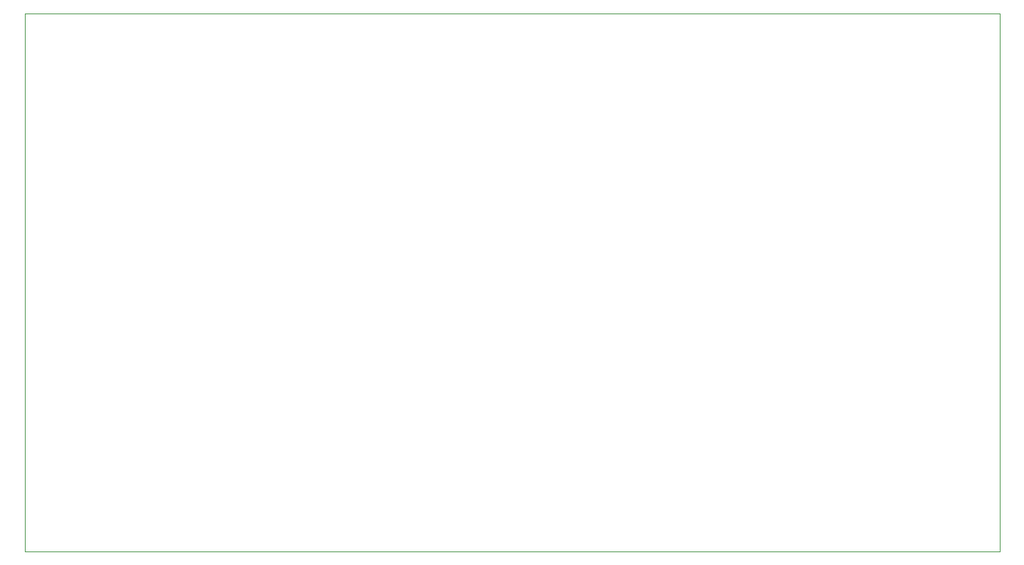
<source format=gbr>
%TF.GenerationSoftware,KiCad,Pcbnew,(5.1.10-1-10_14)*%
%TF.CreationDate,2021-10-17T20:06:43+02:00*%
%TF.ProjectId,Distance_Measurement,44697374-616e-4636-955f-4d6561737572,01*%
%TF.SameCoordinates,Original*%
%TF.FileFunction,Profile,NP*%
%FSLAX46Y46*%
G04 Gerber Fmt 4.6, Leading zero omitted, Abs format (unit mm)*
G04 Created by KiCad (PCBNEW (5.1.10-1-10_14)) date 2021-10-17 20:06:43*
%MOMM*%
%LPD*%
G01*
G04 APERTURE LIST*
%TA.AperFunction,Profile*%
%ADD10C,0.050000*%
%TD*%
G04 APERTURE END LIST*
D10*
X91440000Y-130294000D02*
X207440000Y-130294000D01*
X207440000Y-66294000D02*
X207440000Y-130294000D01*
X91440000Y-66294000D02*
X91440000Y-130294000D01*
X91440000Y-66294000D02*
X207440000Y-66294000D01*
M02*

</source>
